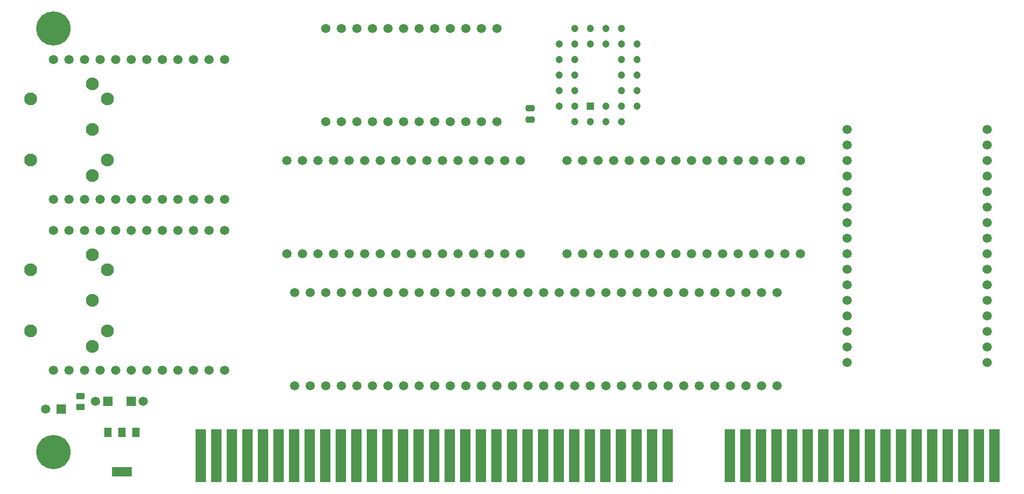
<source format=gts>
%TF.GenerationSoftware,KiCad,Pcbnew,8.0.4*%
%TF.CreationDate,2024-08-15T20:49:57+02:00*%
%TF.ProjectId,LCD Board,4c434420-426f-4617-9264-2e6b69636164,rev?*%
%TF.SameCoordinates,PX18392c0PY54c81a0*%
%TF.FileFunction,Soldermask,Top*%
%TF.FilePolarity,Negative*%
%FSLAX46Y46*%
G04 Gerber Fmt 4.6, Leading zero omitted, Abs format (unit mm)*
G04 Created by KiCad (PCBNEW 8.0.4) date 2024-08-15 20:49:57*
%MOMM*%
%LPD*%
G01*
G04 APERTURE LIST*
G04 Aperture macros list*
%AMRoundRect*
0 Rectangle with rounded corners*
0 $1 Rounding radius*
0 $2 $3 $4 $5 $6 $7 $8 $9 X,Y pos of 4 corners*
0 Add a 4 corners polygon primitive as box body*
4,1,4,$2,$3,$4,$5,$6,$7,$8,$9,$2,$3,0*
0 Add four circle primitives for the rounded corners*
1,1,$1+$1,$2,$3*
1,1,$1+$1,$4,$5*
1,1,$1+$1,$6,$7*
1,1,$1+$1,$8,$9*
0 Add four rect primitives between the rounded corners*
20,1,$1+$1,$2,$3,$4,$5,0*
20,1,$1+$1,$4,$5,$6,$7,0*
20,1,$1+$1,$6,$7,$8,$9,0*
20,1,$1+$1,$8,$9,$2,$3,0*%
G04 Aperture macros list end*
%ADD10R,1.500000X1.500000*%
%ADD11C,1.500000*%
%ADD12RoundRect,0.250000X0.475000X-0.250000X0.475000X0.250000X-0.475000X0.250000X-0.475000X-0.250000X0*%
%ADD13C,2.100000*%
%ADD14C,5.600000*%
%ADD15RoundRect,0.250000X0.450000X-0.262500X0.450000X0.262500X-0.450000X0.262500X-0.450000X-0.262500X0*%
%ADD16R,1.780000X8.620000*%
%ADD17R,1.200000X1.200000*%
%ADD18C,1.200000*%
%ADD19R,1.200000X1.500000*%
%ADD20R,3.300000X1.500000*%
G04 APERTURE END LIST*
D10*
%TO.C,C3*%
X12700000Y-60960000D03*
D11*
X14700000Y-60960000D03*
%TD*%
D10*
%TO.C,LED1*%
X1270000Y-62230000D03*
D11*
X-1270000Y-62230000D03*
%TD*%
%TO.C,B6*%
X44450000Y-15240000D03*
X46990000Y-15240000D03*
X49530000Y-15240000D03*
X52070000Y-15240000D03*
X54610000Y-15240000D03*
X57150000Y-15240000D03*
X59690000Y-15240000D03*
X62230000Y-15240000D03*
X64770000Y-15240000D03*
X67310000Y-15240000D03*
X69850000Y-15240000D03*
X72390000Y-15240000D03*
X72390000Y0D03*
X69850000Y0D03*
X67310000Y0D03*
X64770000Y0D03*
X62230000Y0D03*
X59690000Y0D03*
X57150000Y0D03*
X54610000Y0D03*
X52070000Y0D03*
X49530000Y0D03*
X46990000Y0D03*
X44450000Y0D03*
%TD*%
D12*
%TO.C,C1*%
X77851000Y-14904000D03*
X77851000Y-13004000D03*
%TD*%
D10*
%TO.C,C4*%
X8890000Y-60960000D03*
D11*
X6890000Y-60960000D03*
%TD*%
D13*
%TO.C,B4*%
X6350000Y-24010000D03*
X-3650000Y-21510000D03*
X8850000Y-21510000D03*
X6350000Y-16510000D03*
X-3650000Y-11510000D03*
X8850000Y-11510000D03*
X6350000Y-9010000D03*
D11*
X0Y-27940000D03*
X2540000Y-27940000D03*
X5080000Y-27940000D03*
X7620000Y-27940000D03*
X10160000Y-27940000D03*
X12700000Y-27940000D03*
X15240000Y-27940000D03*
X17780000Y-27940000D03*
X20320000Y-27940000D03*
X22860000Y-27940000D03*
X25400000Y-27940000D03*
X27940000Y-27940000D03*
X27940000Y-5080000D03*
X25400000Y-5080000D03*
X22860000Y-5080000D03*
X20320000Y-5080000D03*
X17780000Y-5080000D03*
X15240000Y-5080000D03*
X12700000Y-5080000D03*
X10160000Y-5080000D03*
X7620000Y-5080000D03*
X5080000Y-5080000D03*
X2540000Y-5080000D03*
X0Y-5080000D03*
%TD*%
%TO.C,B1*%
X129540000Y-16510000D03*
X129540000Y-19050000D03*
X129540000Y-21590000D03*
X129540000Y-24130000D03*
X129540000Y-26670000D03*
X129540000Y-29210000D03*
X129540000Y-31750000D03*
X129540000Y-34290000D03*
X129540000Y-36830000D03*
X129540000Y-39370000D03*
X129540000Y-41910000D03*
X129540000Y-44450000D03*
X129540000Y-46990000D03*
X129540000Y-49530000D03*
X129540000Y-52070000D03*
X129540000Y-54610000D03*
X152400000Y-54610000D03*
X152400000Y-52070000D03*
X152400000Y-49530000D03*
X152400000Y-46990000D03*
X152400000Y-44450000D03*
X152400000Y-41910000D03*
X152400000Y-39370000D03*
X152400000Y-36830000D03*
X152400000Y-34290000D03*
X152400000Y-31750000D03*
X152400000Y-29210000D03*
X152400000Y-26670000D03*
X152400000Y-24130000D03*
X152400000Y-21590000D03*
X152400000Y-19050000D03*
X152400000Y-16510000D03*
%TD*%
D14*
%TO.C,H7*%
X0Y0D03*
%TD*%
D13*
%TO.C,B5*%
X6350000Y-51950000D03*
X-3650000Y-49450000D03*
X8850000Y-49450000D03*
X6350000Y-44450000D03*
X-3650000Y-39450000D03*
X8850000Y-39450000D03*
X6350000Y-36950000D03*
D11*
X0Y-55880000D03*
X2540000Y-55880000D03*
X5080000Y-55880000D03*
X7620000Y-55880000D03*
X10160000Y-55880000D03*
X12700000Y-55880000D03*
X15240000Y-55880000D03*
X17780000Y-55880000D03*
X20320000Y-55880000D03*
X22860000Y-55880000D03*
X25400000Y-55880000D03*
X27940000Y-55880000D03*
X27940000Y-33020000D03*
X25400000Y-33020000D03*
X22860000Y-33020000D03*
X20320000Y-33020000D03*
X17780000Y-33020000D03*
X15240000Y-33020000D03*
X12700000Y-33020000D03*
X10160000Y-33020000D03*
X7620000Y-33020000D03*
X5080000Y-33020000D03*
X2540000Y-33020000D03*
X0Y-33020000D03*
%TD*%
D15*
%TO.C,R2*%
X4435000Y-61872500D03*
X4435000Y-60047500D03*
%TD*%
D11*
%TO.C,B16*%
X39370000Y-58420000D03*
X41910000Y-58420000D03*
X44450000Y-58420000D03*
X46990000Y-58420000D03*
X49530000Y-58420000D03*
X52070000Y-58420000D03*
X54610000Y-58420000D03*
X57150000Y-58420000D03*
X59690000Y-58420000D03*
X62230000Y-58420000D03*
X64770000Y-58420000D03*
X67310000Y-58420000D03*
X69850000Y-58420000D03*
X72390000Y-58420000D03*
X74930000Y-58420000D03*
X77470000Y-58420000D03*
X80010000Y-58420000D03*
X82550000Y-58420000D03*
X85090000Y-58420000D03*
X87630000Y-58420000D03*
X90170000Y-58420000D03*
X92710000Y-58420000D03*
X95250000Y-58420000D03*
X97790000Y-58420000D03*
X100330000Y-58420000D03*
X102870000Y-58420000D03*
X105410000Y-58420000D03*
X107950000Y-58420000D03*
X110490000Y-58420000D03*
X113030000Y-58420000D03*
X115570000Y-58420000D03*
X118110000Y-58420000D03*
X118110000Y-43180000D03*
X115570000Y-43180000D03*
X113030000Y-43180000D03*
X110490000Y-43180000D03*
X107950000Y-43180000D03*
X105410000Y-43180000D03*
X102870000Y-43180000D03*
X100330000Y-43180000D03*
X97790000Y-43180000D03*
X95250000Y-43180000D03*
X92710000Y-43180000D03*
X90170000Y-43180000D03*
X87630000Y-43180000D03*
X85090000Y-43180000D03*
X82550000Y-43180000D03*
X80010000Y-43180000D03*
X77470000Y-43180000D03*
X74930000Y-43180000D03*
X72390000Y-43180000D03*
X69850000Y-43180000D03*
X67310000Y-43180000D03*
X64770000Y-43180000D03*
X62230000Y-43180000D03*
X59690000Y-43180000D03*
X57150000Y-43180000D03*
X54610000Y-43180000D03*
X52070000Y-43180000D03*
X49530000Y-43180000D03*
X46990000Y-43180000D03*
X44450000Y-43180000D03*
X41910000Y-43180000D03*
X39370000Y-43180000D03*
%TD*%
D14*
%TO.C,H10*%
X0Y-69215000D03*
%TD*%
D16*
%TO.C,J1*%
X24079200Y-69850000D03*
X26619200Y-69850000D03*
X29159200Y-69850000D03*
X31699200Y-69850000D03*
X34239200Y-69850000D03*
X36779200Y-69850000D03*
X39319200Y-69850000D03*
X41859200Y-69850000D03*
X44399200Y-69850000D03*
X46939200Y-69850000D03*
X49479200Y-69850000D03*
X52019200Y-69850000D03*
X54559200Y-69850000D03*
X57099200Y-69850000D03*
X59639200Y-69850000D03*
X62179200Y-69850000D03*
X64719200Y-69850000D03*
X67259200Y-69850000D03*
X69799200Y-69850000D03*
X72339200Y-69850000D03*
X74879200Y-69850000D03*
X77419200Y-69850000D03*
X79959200Y-69850000D03*
X82499200Y-69850000D03*
X85039200Y-69850000D03*
X87579200Y-69850000D03*
X90119200Y-69850000D03*
X92659200Y-69850000D03*
X95199200Y-69850000D03*
X97739200Y-69850000D03*
X100279200Y-69850000D03*
X110439200Y-69850000D03*
X112979200Y-69850000D03*
X115519200Y-69850000D03*
X118059200Y-69850000D03*
X120599200Y-69850000D03*
X123139200Y-69850000D03*
X125679200Y-69850000D03*
X128219200Y-69850000D03*
X130759200Y-69850000D03*
X133299200Y-69850000D03*
X135839200Y-69850000D03*
X138379200Y-69850000D03*
X140919200Y-69850000D03*
X143459200Y-69850000D03*
X145999200Y-69850000D03*
X148539200Y-69850000D03*
X151079200Y-69850000D03*
X153619200Y-69850000D03*
%TD*%
D11*
%TO.C,B2*%
X38100000Y-36830000D03*
X40640000Y-36830000D03*
X43180000Y-36830000D03*
X45720000Y-36830000D03*
X48260000Y-36830000D03*
X50800000Y-36830000D03*
X53340000Y-36830000D03*
X55880000Y-36830000D03*
X58420000Y-36830000D03*
X60960000Y-36830000D03*
X63500000Y-36830000D03*
X66040000Y-36830000D03*
X68580000Y-36830000D03*
X71120000Y-36830000D03*
X73660000Y-36830000D03*
X76200000Y-36830000D03*
X76200000Y-21590000D03*
X73660000Y-21590000D03*
X71120000Y-21590000D03*
X68580000Y-21590000D03*
X66040000Y-21590000D03*
X63500000Y-21590000D03*
X60960000Y-21590000D03*
X58420000Y-21590000D03*
X55880000Y-21590000D03*
X53340000Y-21590000D03*
X50800000Y-21590000D03*
X48260000Y-21590000D03*
X45720000Y-21590000D03*
X43180000Y-21590000D03*
X40640000Y-21590000D03*
X38100000Y-21590000D03*
%TD*%
D17*
%TO.C,IC1*%
X87630000Y-12700000D03*
D18*
X90170000Y-15240000D03*
X90170000Y-12700000D03*
X92710000Y-15240000D03*
X95250000Y-12700000D03*
X92710000Y-12700000D03*
X95250000Y-10160000D03*
X92710000Y-10160000D03*
X95250000Y-7620000D03*
X92710000Y-7620000D03*
X95250000Y-5080000D03*
X92710000Y-5080000D03*
X95250000Y-2540000D03*
X92710000Y0D03*
X92710000Y-2540000D03*
X90170000Y0D03*
X90170000Y-2540000D03*
X87630000Y0D03*
X87630000Y-2540000D03*
X85090000Y0D03*
X82550000Y-2540000D03*
X85090000Y-2540000D03*
X82550000Y-5080000D03*
X85090000Y-5080000D03*
X82550000Y-7620000D03*
X85090000Y-7620000D03*
X82550000Y-10160000D03*
X85090000Y-10160000D03*
X82550000Y-12700000D03*
X85090000Y-15240000D03*
X85090000Y-12700000D03*
X87630000Y-15240000D03*
%TD*%
D11*
%TO.C,B3*%
X83820000Y-36830000D03*
X86360000Y-36830000D03*
X88900000Y-36830000D03*
X91440000Y-36830000D03*
X93980000Y-36830000D03*
X96520000Y-36830000D03*
X99060000Y-36830000D03*
X101600000Y-36830000D03*
X104140000Y-36830000D03*
X106680000Y-36830000D03*
X109220000Y-36830000D03*
X111760000Y-36830000D03*
X114300000Y-36830000D03*
X116840000Y-36830000D03*
X119380000Y-36830000D03*
X121920000Y-36830000D03*
X121920000Y-21590000D03*
X119380000Y-21590000D03*
X116840000Y-21590000D03*
X114300000Y-21590000D03*
X111760000Y-21590000D03*
X109220000Y-21590000D03*
X106680000Y-21590000D03*
X104140000Y-21590000D03*
X101600000Y-21590000D03*
X99060000Y-21590000D03*
X96520000Y-21590000D03*
X93980000Y-21590000D03*
X91440000Y-21590000D03*
X88900000Y-21590000D03*
X86360000Y-21590000D03*
X83820000Y-21590000D03*
%TD*%
D19*
%TO.C,IC3*%
X13490000Y-66015000D03*
X11190000Y-66015000D03*
X8890000Y-66015000D03*
D20*
X11190000Y-72415000D03*
%TD*%
M02*

</source>
